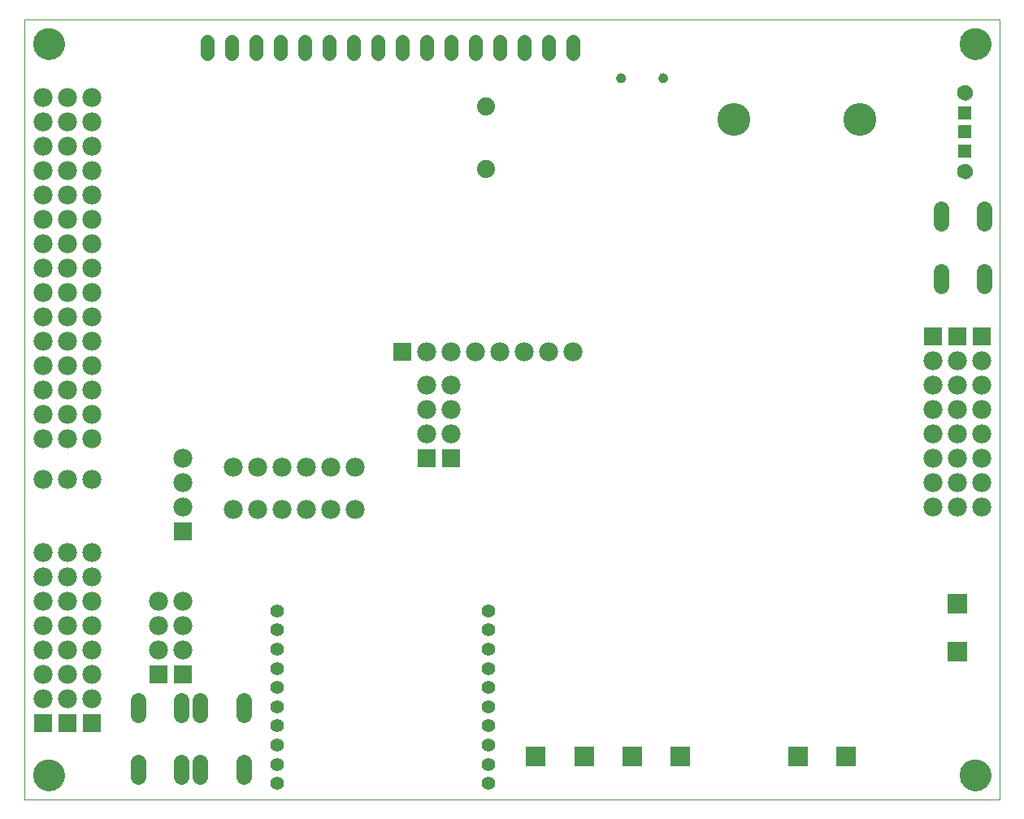
<source format=gbs>
G75*
G70*
%OFA0B0*%
%FSLAX24Y24*%
%IPPOS*%
%LPD*%
%AMOC8*
5,1,8,0,0,1.08239X$1,22.5*
%
%ADD10C,0.0000*%
%ADD11C,0.1290*%
%ADD12C,0.0555*%
%ADD13C,0.0780*%
%ADD14C,0.0640*%
%ADD15C,0.0555*%
%ADD16R,0.0780X0.0780*%
%ADD17C,0.0394*%
%ADD18C,0.1350*%
%ADD19C,0.0740*%
%ADD20R,0.0555X0.0555*%
%ADD21C,0.0631*%
%ADD22R,0.0808X0.0808*%
D10*
X000247Y001996D02*
X000247Y033996D01*
X040247Y033996D01*
X040247Y001996D01*
X000247Y001996D01*
X000622Y002996D02*
X000624Y003046D01*
X000630Y003095D01*
X000640Y003144D01*
X000653Y003191D01*
X000671Y003238D01*
X000692Y003283D01*
X000716Y003326D01*
X000744Y003367D01*
X000775Y003406D01*
X000809Y003442D01*
X000846Y003476D01*
X000886Y003506D01*
X000927Y003533D01*
X000971Y003557D01*
X001016Y003577D01*
X001063Y003593D01*
X001111Y003606D01*
X001160Y003615D01*
X001210Y003620D01*
X001259Y003621D01*
X001309Y003618D01*
X001358Y003611D01*
X001407Y003600D01*
X001454Y003586D01*
X001500Y003567D01*
X001545Y003545D01*
X001588Y003520D01*
X001628Y003491D01*
X001666Y003459D01*
X001702Y003425D01*
X001735Y003387D01*
X001764Y003347D01*
X001790Y003305D01*
X001813Y003261D01*
X001832Y003215D01*
X001848Y003168D01*
X001860Y003119D01*
X001868Y003070D01*
X001872Y003021D01*
X001872Y002971D01*
X001868Y002922D01*
X001860Y002873D01*
X001848Y002824D01*
X001832Y002777D01*
X001813Y002731D01*
X001790Y002687D01*
X001764Y002645D01*
X001735Y002605D01*
X001702Y002567D01*
X001666Y002533D01*
X001628Y002501D01*
X001588Y002472D01*
X001545Y002447D01*
X001500Y002425D01*
X001454Y002406D01*
X001407Y002392D01*
X001358Y002381D01*
X001309Y002374D01*
X001259Y002371D01*
X001210Y002372D01*
X001160Y002377D01*
X001111Y002386D01*
X001063Y002399D01*
X001016Y002415D01*
X000971Y002435D01*
X000927Y002459D01*
X000886Y002486D01*
X000846Y002516D01*
X000809Y002550D01*
X000775Y002586D01*
X000744Y002625D01*
X000716Y002666D01*
X000692Y002709D01*
X000671Y002754D01*
X000653Y002801D01*
X000640Y002848D01*
X000630Y002897D01*
X000624Y002946D01*
X000622Y002996D01*
X024524Y031596D02*
X024526Y031622D01*
X024532Y031648D01*
X024542Y031673D01*
X024555Y031696D01*
X024571Y031716D01*
X024591Y031734D01*
X024613Y031749D01*
X024636Y031761D01*
X024662Y031769D01*
X024688Y031773D01*
X024714Y031773D01*
X024740Y031769D01*
X024766Y031761D01*
X024790Y031749D01*
X024811Y031734D01*
X024831Y031716D01*
X024847Y031696D01*
X024860Y031673D01*
X024870Y031648D01*
X024876Y031622D01*
X024878Y031596D01*
X024876Y031570D01*
X024870Y031544D01*
X024860Y031519D01*
X024847Y031496D01*
X024831Y031476D01*
X024811Y031458D01*
X024789Y031443D01*
X024766Y031431D01*
X024740Y031423D01*
X024714Y031419D01*
X024688Y031419D01*
X024662Y031423D01*
X024636Y031431D01*
X024612Y031443D01*
X024591Y031458D01*
X024571Y031476D01*
X024555Y031496D01*
X024542Y031519D01*
X024532Y031544D01*
X024526Y031570D01*
X024524Y031596D01*
X026256Y031596D02*
X026258Y031622D01*
X026264Y031648D01*
X026274Y031673D01*
X026287Y031696D01*
X026303Y031716D01*
X026323Y031734D01*
X026345Y031749D01*
X026368Y031761D01*
X026394Y031769D01*
X026420Y031773D01*
X026446Y031773D01*
X026472Y031769D01*
X026498Y031761D01*
X026522Y031749D01*
X026543Y031734D01*
X026563Y031716D01*
X026579Y031696D01*
X026592Y031673D01*
X026602Y031648D01*
X026608Y031622D01*
X026610Y031596D01*
X026608Y031570D01*
X026602Y031544D01*
X026592Y031519D01*
X026579Y031496D01*
X026563Y031476D01*
X026543Y031458D01*
X026521Y031443D01*
X026498Y031431D01*
X026472Y031423D01*
X026446Y031419D01*
X026420Y031419D01*
X026394Y031423D01*
X026368Y031431D01*
X026344Y031443D01*
X026323Y031458D01*
X026303Y031476D01*
X026287Y031496D01*
X026274Y031519D01*
X026264Y031544D01*
X026258Y031570D01*
X026256Y031596D01*
X038528Y031000D02*
X038530Y031034D01*
X038536Y031068D01*
X038546Y031101D01*
X038559Y031132D01*
X038577Y031162D01*
X038597Y031190D01*
X038621Y031215D01*
X038647Y031237D01*
X038675Y031255D01*
X038706Y031271D01*
X038738Y031283D01*
X038772Y031291D01*
X038806Y031295D01*
X038840Y031295D01*
X038874Y031291D01*
X038908Y031283D01*
X038940Y031271D01*
X038970Y031255D01*
X038999Y031237D01*
X039025Y031215D01*
X039049Y031190D01*
X039069Y031162D01*
X039087Y031132D01*
X039100Y031101D01*
X039110Y031068D01*
X039116Y031034D01*
X039118Y031000D01*
X039116Y030966D01*
X039110Y030932D01*
X039100Y030899D01*
X039087Y030868D01*
X039069Y030838D01*
X039049Y030810D01*
X039025Y030785D01*
X038999Y030763D01*
X038971Y030745D01*
X038940Y030729D01*
X038908Y030717D01*
X038874Y030709D01*
X038840Y030705D01*
X038806Y030705D01*
X038772Y030709D01*
X038738Y030717D01*
X038706Y030729D01*
X038675Y030745D01*
X038647Y030763D01*
X038621Y030785D01*
X038597Y030810D01*
X038577Y030838D01*
X038559Y030868D01*
X038546Y030899D01*
X038536Y030932D01*
X038530Y030966D01*
X038528Y031000D01*
X038622Y032996D02*
X038624Y033046D01*
X038630Y033095D01*
X038640Y033144D01*
X038653Y033191D01*
X038671Y033238D01*
X038692Y033283D01*
X038716Y033326D01*
X038744Y033367D01*
X038775Y033406D01*
X038809Y033442D01*
X038846Y033476D01*
X038886Y033506D01*
X038927Y033533D01*
X038971Y033557D01*
X039016Y033577D01*
X039063Y033593D01*
X039111Y033606D01*
X039160Y033615D01*
X039210Y033620D01*
X039259Y033621D01*
X039309Y033618D01*
X039358Y033611D01*
X039407Y033600D01*
X039454Y033586D01*
X039500Y033567D01*
X039545Y033545D01*
X039588Y033520D01*
X039628Y033491D01*
X039666Y033459D01*
X039702Y033425D01*
X039735Y033387D01*
X039764Y033347D01*
X039790Y033305D01*
X039813Y033261D01*
X039832Y033215D01*
X039848Y033168D01*
X039860Y033119D01*
X039868Y033070D01*
X039872Y033021D01*
X039872Y032971D01*
X039868Y032922D01*
X039860Y032873D01*
X039848Y032824D01*
X039832Y032777D01*
X039813Y032731D01*
X039790Y032687D01*
X039764Y032645D01*
X039735Y032605D01*
X039702Y032567D01*
X039666Y032533D01*
X039628Y032501D01*
X039588Y032472D01*
X039545Y032447D01*
X039500Y032425D01*
X039454Y032406D01*
X039407Y032392D01*
X039358Y032381D01*
X039309Y032374D01*
X039259Y032371D01*
X039210Y032372D01*
X039160Y032377D01*
X039111Y032386D01*
X039063Y032399D01*
X039016Y032415D01*
X038971Y032435D01*
X038927Y032459D01*
X038886Y032486D01*
X038846Y032516D01*
X038809Y032550D01*
X038775Y032586D01*
X038744Y032625D01*
X038716Y032666D01*
X038692Y032709D01*
X038671Y032754D01*
X038653Y032801D01*
X038640Y032848D01*
X038630Y032897D01*
X038624Y032946D01*
X038622Y032996D01*
X038528Y027771D02*
X038530Y027805D01*
X038536Y027839D01*
X038546Y027872D01*
X038559Y027903D01*
X038577Y027933D01*
X038597Y027961D01*
X038621Y027986D01*
X038647Y028008D01*
X038675Y028026D01*
X038706Y028042D01*
X038738Y028054D01*
X038772Y028062D01*
X038806Y028066D01*
X038840Y028066D01*
X038874Y028062D01*
X038908Y028054D01*
X038940Y028042D01*
X038970Y028026D01*
X038999Y028008D01*
X039025Y027986D01*
X039049Y027961D01*
X039069Y027933D01*
X039087Y027903D01*
X039100Y027872D01*
X039110Y027839D01*
X039116Y027805D01*
X039118Y027771D01*
X039116Y027737D01*
X039110Y027703D01*
X039100Y027670D01*
X039087Y027639D01*
X039069Y027609D01*
X039049Y027581D01*
X039025Y027556D01*
X038999Y027534D01*
X038971Y027516D01*
X038940Y027500D01*
X038908Y027488D01*
X038874Y027480D01*
X038840Y027476D01*
X038806Y027476D01*
X038772Y027480D01*
X038738Y027488D01*
X038706Y027500D01*
X038675Y027516D01*
X038647Y027534D01*
X038621Y027556D01*
X038597Y027581D01*
X038577Y027609D01*
X038559Y027639D01*
X038546Y027670D01*
X038536Y027703D01*
X038530Y027737D01*
X038528Y027771D01*
X038622Y002996D02*
X038624Y003046D01*
X038630Y003095D01*
X038640Y003144D01*
X038653Y003191D01*
X038671Y003238D01*
X038692Y003283D01*
X038716Y003326D01*
X038744Y003367D01*
X038775Y003406D01*
X038809Y003442D01*
X038846Y003476D01*
X038886Y003506D01*
X038927Y003533D01*
X038971Y003557D01*
X039016Y003577D01*
X039063Y003593D01*
X039111Y003606D01*
X039160Y003615D01*
X039210Y003620D01*
X039259Y003621D01*
X039309Y003618D01*
X039358Y003611D01*
X039407Y003600D01*
X039454Y003586D01*
X039500Y003567D01*
X039545Y003545D01*
X039588Y003520D01*
X039628Y003491D01*
X039666Y003459D01*
X039702Y003425D01*
X039735Y003387D01*
X039764Y003347D01*
X039790Y003305D01*
X039813Y003261D01*
X039832Y003215D01*
X039848Y003168D01*
X039860Y003119D01*
X039868Y003070D01*
X039872Y003021D01*
X039872Y002971D01*
X039868Y002922D01*
X039860Y002873D01*
X039848Y002824D01*
X039832Y002777D01*
X039813Y002731D01*
X039790Y002687D01*
X039764Y002645D01*
X039735Y002605D01*
X039702Y002567D01*
X039666Y002533D01*
X039628Y002501D01*
X039588Y002472D01*
X039545Y002447D01*
X039500Y002425D01*
X039454Y002406D01*
X039407Y002392D01*
X039358Y002381D01*
X039309Y002374D01*
X039259Y002371D01*
X039210Y002372D01*
X039160Y002377D01*
X039111Y002386D01*
X039063Y002399D01*
X039016Y002415D01*
X038971Y002435D01*
X038927Y002459D01*
X038886Y002486D01*
X038846Y002516D01*
X038809Y002550D01*
X038775Y002586D01*
X038744Y002625D01*
X038716Y002666D01*
X038692Y002709D01*
X038671Y002754D01*
X038653Y002801D01*
X038640Y002848D01*
X038630Y002897D01*
X038624Y002946D01*
X038622Y002996D01*
X000622Y032996D02*
X000624Y033046D01*
X000630Y033095D01*
X000640Y033144D01*
X000653Y033191D01*
X000671Y033238D01*
X000692Y033283D01*
X000716Y033326D01*
X000744Y033367D01*
X000775Y033406D01*
X000809Y033442D01*
X000846Y033476D01*
X000886Y033506D01*
X000927Y033533D01*
X000971Y033557D01*
X001016Y033577D01*
X001063Y033593D01*
X001111Y033606D01*
X001160Y033615D01*
X001210Y033620D01*
X001259Y033621D01*
X001309Y033618D01*
X001358Y033611D01*
X001407Y033600D01*
X001454Y033586D01*
X001500Y033567D01*
X001545Y033545D01*
X001588Y033520D01*
X001628Y033491D01*
X001666Y033459D01*
X001702Y033425D01*
X001735Y033387D01*
X001764Y033347D01*
X001790Y033305D01*
X001813Y033261D01*
X001832Y033215D01*
X001848Y033168D01*
X001860Y033119D01*
X001868Y033070D01*
X001872Y033021D01*
X001872Y032971D01*
X001868Y032922D01*
X001860Y032873D01*
X001848Y032824D01*
X001832Y032777D01*
X001813Y032731D01*
X001790Y032687D01*
X001764Y032645D01*
X001735Y032605D01*
X001702Y032567D01*
X001666Y032533D01*
X001628Y032501D01*
X001588Y032472D01*
X001545Y032447D01*
X001500Y032425D01*
X001454Y032406D01*
X001407Y032392D01*
X001358Y032381D01*
X001309Y032374D01*
X001259Y032371D01*
X001210Y032372D01*
X001160Y032377D01*
X001111Y032386D01*
X001063Y032399D01*
X001016Y032415D01*
X000971Y032435D01*
X000927Y032459D01*
X000886Y032486D01*
X000846Y032516D01*
X000809Y032550D01*
X000775Y032586D01*
X000744Y032625D01*
X000716Y032666D01*
X000692Y032709D01*
X000671Y032754D01*
X000653Y032801D01*
X000640Y032848D01*
X000630Y032897D01*
X000624Y032946D01*
X000622Y032996D01*
D11*
X001247Y032996D03*
X001247Y002996D03*
X039247Y002996D03*
X039247Y032996D03*
D12*
X019278Y009739D03*
X019278Y008952D03*
X019278Y008164D03*
X019278Y007377D03*
X019278Y006589D03*
X019278Y005802D03*
X019278Y005015D03*
X019278Y004227D03*
X019278Y003440D03*
X019278Y002652D03*
X010616Y002652D03*
X010616Y003440D03*
X010616Y004227D03*
X010616Y005015D03*
X010616Y005802D03*
X010616Y006589D03*
X010616Y007377D03*
X010616Y008164D03*
X010616Y008952D03*
X010616Y009739D03*
D13*
X006747Y010136D03*
X005747Y010136D03*
X005747Y009136D03*
X006747Y009136D03*
X006747Y008136D03*
X005747Y008136D03*
X002997Y008136D03*
X002997Y009136D03*
X002997Y010136D03*
X002997Y011136D03*
X002997Y012136D03*
X001997Y012136D03*
X000997Y012136D03*
X000997Y011136D03*
X001997Y011136D03*
X001997Y010136D03*
X000997Y010136D03*
X000997Y009136D03*
X001997Y009136D03*
X001997Y008136D03*
X000997Y008136D03*
X000997Y007136D03*
X001997Y007136D03*
X002997Y007136D03*
X002997Y006136D03*
X001997Y006136D03*
X000997Y006136D03*
X006747Y013996D03*
X006747Y014996D03*
X006747Y015996D03*
X008797Y015616D03*
X009797Y015616D03*
X010797Y015616D03*
X011797Y015616D03*
X012797Y015616D03*
X013797Y015616D03*
X013797Y013896D03*
X012797Y013896D03*
X011797Y013896D03*
X010797Y013896D03*
X009797Y013896D03*
X008797Y013896D03*
X002997Y015137D03*
X001997Y015137D03*
X000997Y015137D03*
X000997Y016796D03*
X001997Y016796D03*
X001997Y017796D03*
X001997Y018796D03*
X000997Y018796D03*
X000997Y017796D03*
X000997Y019796D03*
X001997Y019796D03*
X001997Y020796D03*
X000997Y020796D03*
X000997Y021796D03*
X001997Y021796D03*
X001997Y022796D03*
X000997Y022796D03*
X000997Y023796D03*
X001997Y023796D03*
X001997Y024796D03*
X000997Y024796D03*
X000997Y025796D03*
X001997Y025796D03*
X001997Y026796D03*
X000997Y026796D03*
X000997Y027796D03*
X001997Y027796D03*
X001997Y028796D03*
X000997Y028796D03*
X000997Y029796D03*
X001997Y029796D03*
X001997Y030796D03*
X000997Y030796D03*
X002997Y030796D03*
X002997Y029796D03*
X002997Y028796D03*
X002997Y027796D03*
X002997Y026796D03*
X002997Y025796D03*
X002997Y024796D03*
X002997Y023796D03*
X002997Y022796D03*
X002997Y021796D03*
X002997Y020796D03*
X002997Y019796D03*
X002997Y018796D03*
X002997Y017796D03*
X002997Y016796D03*
X016747Y016996D03*
X017747Y016996D03*
X017747Y017996D03*
X016747Y017996D03*
X016747Y018996D03*
X017747Y018996D03*
X017747Y020346D03*
X016747Y020346D03*
X018747Y020346D03*
X019747Y020346D03*
X020747Y020346D03*
X021747Y020346D03*
X022747Y020346D03*
X037497Y019996D03*
X038497Y019996D03*
X039497Y019996D03*
X039497Y018996D03*
X038497Y018996D03*
X037497Y018996D03*
X037497Y017996D03*
X038497Y017996D03*
X039497Y017996D03*
X039497Y016996D03*
X038497Y016996D03*
X037497Y016996D03*
X037497Y015996D03*
X038497Y015996D03*
X039497Y015996D03*
X039497Y014996D03*
X038497Y014996D03*
X037497Y014996D03*
X037497Y013996D03*
X038497Y013996D03*
X039497Y013996D03*
D14*
X039627Y023066D02*
X039627Y023666D01*
X037847Y023666D02*
X037847Y023066D01*
X037847Y025626D02*
X037847Y026226D01*
X039627Y026226D02*
X039627Y025626D01*
X009237Y006076D02*
X009237Y005476D01*
X007457Y005476D02*
X007457Y006076D01*
X006687Y006076D02*
X006687Y005476D01*
X004907Y005476D02*
X004907Y006076D01*
X004907Y003516D02*
X004907Y002916D01*
X006687Y002916D02*
X006687Y003516D01*
X007457Y003516D02*
X007457Y002916D01*
X009237Y002916D02*
X009237Y003516D01*
D15*
X008747Y032588D02*
X008747Y033103D01*
X007747Y033103D02*
X007747Y032588D01*
X009747Y032588D02*
X009747Y033103D01*
X010747Y033103D02*
X010747Y032588D01*
X011747Y032588D02*
X011747Y033103D01*
X012747Y033103D02*
X012747Y032588D01*
X013747Y032588D02*
X013747Y033103D01*
X014747Y033103D02*
X014747Y032588D01*
X015747Y032588D02*
X015747Y033103D01*
X016747Y033103D02*
X016747Y032588D01*
X017747Y032588D02*
X017747Y033103D01*
X018747Y033103D02*
X018747Y032588D01*
X019747Y032588D02*
X019747Y033103D01*
X020747Y033103D02*
X020747Y032588D01*
X021747Y032588D02*
X021747Y033103D01*
X022747Y033103D02*
X022747Y032588D01*
D16*
X015747Y020346D03*
X016747Y015996D03*
X017747Y015996D03*
X006747Y012996D03*
X006747Y007136D03*
X005747Y007136D03*
X002997Y005136D03*
X001997Y005136D03*
X000997Y005136D03*
X037497Y020996D03*
X038497Y020996D03*
X039497Y020996D03*
D17*
X026433Y031596D03*
X024701Y031596D03*
D18*
X029342Y029896D03*
X034512Y029896D03*
D19*
X019164Y030433D03*
X019164Y027874D03*
D20*
X038807Y028598D03*
X038807Y029386D03*
X038807Y030173D03*
D21*
X038823Y031000D03*
X038823Y027771D03*
D22*
X038507Y010026D03*
X038507Y008057D03*
X033947Y003776D03*
X031978Y003776D03*
X027137Y003776D03*
X025168Y003776D03*
X023197Y003776D03*
X021228Y003776D03*
M02*

</source>
